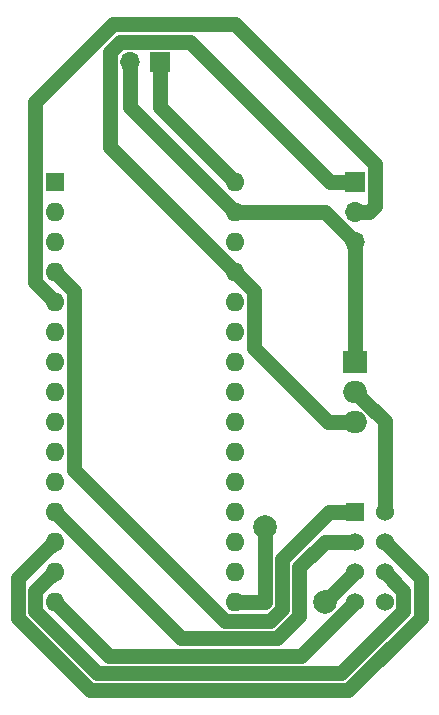
<source format=gbr>
G04 #@! TF.GenerationSoftware,KiCad,Pcbnew,(5.1.5)-3*
G04 #@! TF.CreationDate,2020-02-10T18:59:08+01:00*
G04 #@! TF.ProjectId,WeatherStationSender,57656174-6865-4725-9374-6174696f6e53,rev?*
G04 #@! TF.SameCoordinates,Original*
G04 #@! TF.FileFunction,Copper,L1,Top*
G04 #@! TF.FilePolarity,Positive*
%FSLAX46Y46*%
G04 Gerber Fmt 4.6, Leading zero omitted, Abs format (unit mm)*
G04 Created by KiCad (PCBNEW (5.1.5)-3) date 2020-02-10 18:59:08*
%MOMM*%
%LPD*%
G04 APERTURE LIST*
%ADD10C,1.524000*%
%ADD11R,1.524000X1.524000*%
%ADD12O,2.000000X1.905000*%
%ADD13R,2.000000X1.905000*%
%ADD14O,1.700000X1.700000*%
%ADD15R,1.700000X1.700000*%
%ADD16O,1.600000X1.600000*%
%ADD17R,1.600000X1.600000*%
%ADD18C,2.000000*%
%ADD19C,1.270000*%
G04 APERTURE END LIST*
D10*
X147320000Y-99060000D03*
X144780000Y-99060000D03*
X147320000Y-96520000D03*
X144780000Y-96520000D03*
X147320000Y-93980000D03*
X144780000Y-93980000D03*
X147320000Y-91440000D03*
D11*
X144780000Y-91440000D03*
D12*
X144780000Y-83820000D03*
X144780000Y-81280000D03*
D13*
X144780000Y-78740000D03*
D14*
X125730000Y-53340000D03*
D15*
X128270000Y-53340000D03*
D14*
X144780000Y-68580000D03*
X144780000Y-66040000D03*
D15*
X144780000Y-63500000D03*
D16*
X134620000Y-99060000D03*
X119380000Y-99060000D03*
X134620000Y-63500000D03*
X119380000Y-96520000D03*
X134620000Y-66040000D03*
X119380000Y-93980000D03*
X134620000Y-68580000D03*
X119380000Y-91440000D03*
X134620000Y-71120000D03*
X119380000Y-88900000D03*
X134620000Y-73660000D03*
X119380000Y-86360000D03*
X134620000Y-76200000D03*
X119380000Y-83820000D03*
X134620000Y-78740000D03*
X119380000Y-81280000D03*
X134620000Y-81280000D03*
X119380000Y-78740000D03*
X134620000Y-83820000D03*
X119380000Y-76200000D03*
X134620000Y-86360000D03*
X119380000Y-73660000D03*
X134620000Y-88900000D03*
X119380000Y-71120000D03*
X134620000Y-91440000D03*
X119380000Y-68580000D03*
X134620000Y-93980000D03*
X119380000Y-66040000D03*
X134620000Y-96520000D03*
D17*
X119380000Y-63500000D03*
D18*
X137160000Y-92710000D03*
X142240000Y-99060000D03*
D19*
X134620000Y-99060000D02*
X137160000Y-99060000D01*
X144780000Y-96520000D02*
X142240000Y-99060000D01*
X137160000Y-99060000D02*
X137160000Y-92710000D01*
X120179999Y-99859999D02*
X119380000Y-99060000D01*
X123955020Y-103635020D02*
X120179999Y-99859999D01*
X140204980Y-103635020D02*
X123955020Y-103635020D01*
X144780000Y-99060000D02*
X140204980Y-103635020D01*
X128270000Y-57150000D02*
X134620000Y-63500000D01*
X128270000Y-53340000D02*
X128270000Y-57150000D01*
X118580001Y-97319999D02*
X119380000Y-96520000D01*
X117744999Y-98155001D02*
X118580001Y-97319999D01*
X117744999Y-99844801D02*
X117744999Y-98155001D01*
X148917001Y-99826561D02*
X143638532Y-105105030D01*
X143638532Y-105105030D02*
X123005228Y-105105030D01*
X148917001Y-98117001D02*
X148917001Y-99826561D01*
X123005228Y-105105030D02*
X117744999Y-99844801D01*
X147320000Y-96520000D02*
X148917001Y-98117001D01*
X118580001Y-94779999D02*
X119380000Y-93980000D01*
X116274989Y-97085011D02*
X118580001Y-94779999D01*
X116274989Y-100453699D02*
X116274989Y-97085011D01*
X122396329Y-106575039D02*
X116274989Y-100453699D01*
X144247430Y-106575040D02*
X122396329Y-106575039D01*
X150387010Y-100435460D02*
X144247430Y-106575040D01*
X150387011Y-97047011D02*
X150387010Y-100435460D01*
X147320000Y-93980000D02*
X150387011Y-97047011D01*
X119380000Y-91440000D02*
X130105011Y-102165011D01*
X130105011Y-102165011D02*
X138212806Y-102165010D01*
X144780000Y-93980000D02*
X142240000Y-93980000D01*
X142240000Y-93980000D02*
X140100020Y-96119980D01*
X140100019Y-100277797D02*
X138212806Y-102165010D01*
X140100020Y-96119980D02*
X140100019Y-100277797D01*
X124044999Y-60544999D02*
X133820001Y-70320001D01*
X124044999Y-52531199D02*
X124044999Y-60544999D01*
X133820001Y-70320001D02*
X134620000Y-71120000D01*
X124921199Y-51654999D02*
X124044999Y-52531199D01*
X130814999Y-51654999D02*
X124921199Y-51654999D01*
X142660000Y-63500000D02*
X130814999Y-51654999D01*
X144780000Y-63500000D02*
X142660000Y-63500000D01*
X142510000Y-83820000D02*
X144780000Y-83820000D01*
X136255001Y-77565001D02*
X142510000Y-83820000D01*
X136255001Y-72755001D02*
X136255001Y-77565001D01*
X134620000Y-71120000D02*
X136255001Y-72755001D01*
X118580001Y-72860001D02*
X119380000Y-73660000D01*
X117744999Y-56752291D02*
X117744999Y-72024999D01*
X124312300Y-50184990D02*
X117744999Y-56752291D01*
X134667991Y-50184989D02*
X124312300Y-50184990D01*
X117744999Y-72024999D02*
X118580001Y-72860001D01*
X146465001Y-61981999D02*
X134667991Y-50184989D01*
X146465001Y-65557080D02*
X146465001Y-61981999D01*
X145982081Y-66040000D02*
X146465001Y-65557080D01*
X144780000Y-66040000D02*
X145982081Y-66040000D01*
X125730000Y-57150000D02*
X134620000Y-66040000D01*
X125730000Y-53340000D02*
X125730000Y-57150000D01*
X144780000Y-68580000D02*
X144780000Y-78740000D01*
X142240000Y-66040000D02*
X144780000Y-68580000D01*
X134620000Y-66040000D02*
X142240000Y-66040000D01*
X142640020Y-91440000D02*
X144780000Y-91440000D01*
X138630010Y-99668898D02*
X138630010Y-95450010D01*
X121015001Y-72755001D02*
X121015001Y-87874803D01*
X133835199Y-100695001D02*
X137603907Y-100695001D01*
X119380000Y-71120000D02*
X121015001Y-72755001D01*
X121015001Y-87874803D02*
X133835199Y-100695001D01*
X138630010Y-95450010D02*
X142640020Y-91440000D01*
X137603907Y-100695001D02*
X138630010Y-99668898D01*
X147320000Y-90362370D02*
X147320000Y-91440000D01*
X147320000Y-83784580D02*
X147320000Y-90362370D01*
X145567910Y-82032490D02*
X147320000Y-83784580D01*
X145532490Y-82032490D02*
X145567910Y-82032490D01*
X144780000Y-81280000D02*
X145532490Y-82032490D01*
M02*

</source>
